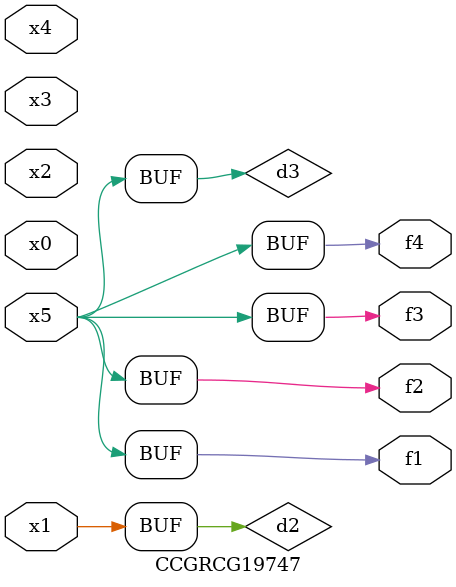
<source format=v>
module CCGRCG19747(
	input x0, x1, x2, x3, x4, x5,
	output f1, f2, f3, f4
);

	wire d1, d2, d3;

	not (d1, x5);
	or (d2, x1);
	xnor (d3, d1);
	assign f1 = d3;
	assign f2 = d3;
	assign f3 = d3;
	assign f4 = d3;
endmodule

</source>
